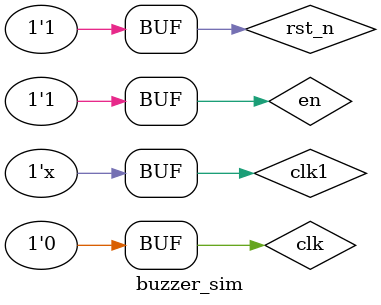
<source format=v>
`timescale 1ns / 1ns
module buzzer_sim();

reg clk;
reg clk1;
reg en;
reg rst_n;
wire pwmout;

initial 
begin
	clk=1'b0;
	clk1=1'b0;
	en=1'b0;
	rst_n=1'b0;
	
	#200 rst_n=1'b1;
	#100 en=1'b1;
end

always #10 clk1=~clk1;

buzzer pwmbuzzer(.clk(clk),.clk1(clk1),.en(en),.pwmout(pwmout),.rst_n(rst_n));

endmodule
</source>
